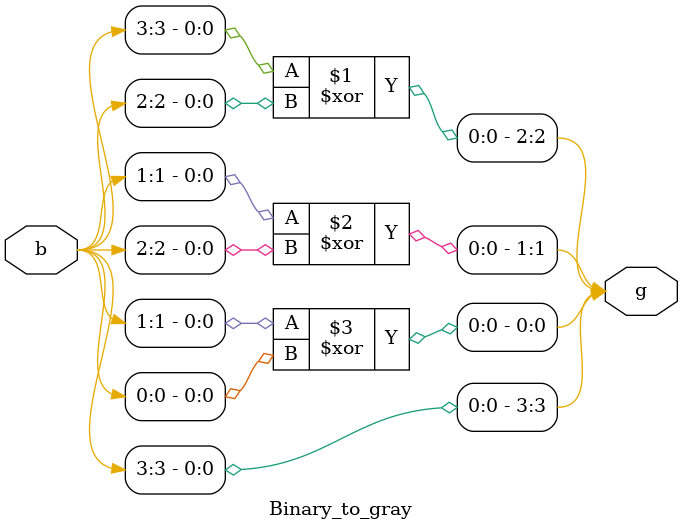
<source format=v>
`timescale 1ns / 1ps


module Binary_to_gray(b,g);
input [3:0]b;
output [3:0]g;
assign g[3]=b[3];
xor x1(g[2],b[3],b[2]);
xor x2(g[1],b[1],b[2]);
xor x3(g[0],b[1],b[0]);
endmodule

</source>
